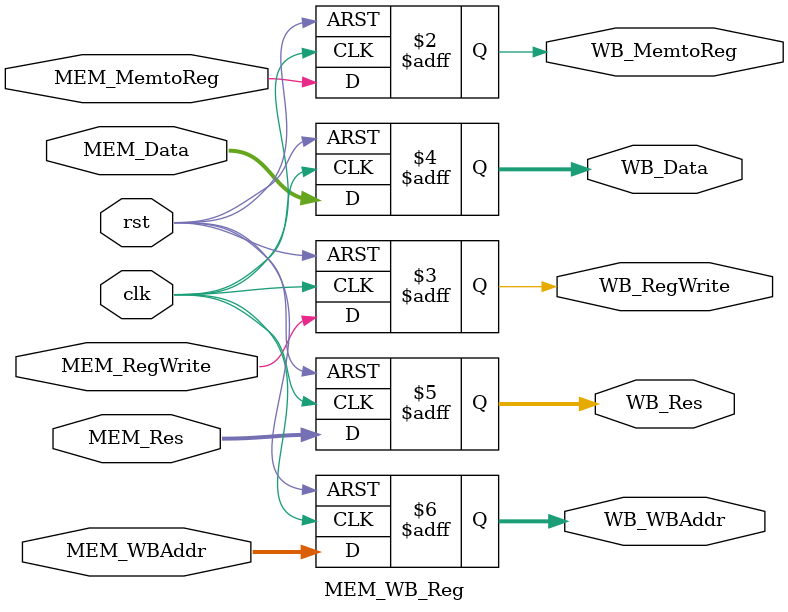
<source format=v>
`timescale 1ns / 1ps


module MEM_WB_Reg(
    input clk,
    input rst,
    input MEM_MemtoReg,
    input MEM_RegWrite,
    input [31:0]MEM_Data,
    input [31:0]MEM_Res,
    input [4:0]MEM_WBAddr,
    output reg WB_MemtoReg,
    output reg WB_RegWrite,
    output reg [31:0]WB_Data,
    output reg [31:0]WB_Res,
    output reg [4:0]WB_WBAddr
);
    always @(posedge clk or posedge rst) begin
        if(rst) begin
            WB_MemtoReg <= 0;
            WB_RegWrite <= 0;
            WB_Data <= 32'd0;
            WB_Res <= 32'd0;
            WB_WBAddr <= 5'd0;
        end
        else begin
            WB_MemtoReg <= MEM_MemtoReg;
            WB_RegWrite <= MEM_RegWrite;
            WB_Data <= MEM_Data;
            WB_Res <= MEM_Res;
            WB_WBAddr <= MEM_WBAddr;
        end
    end
endmodule

</source>
